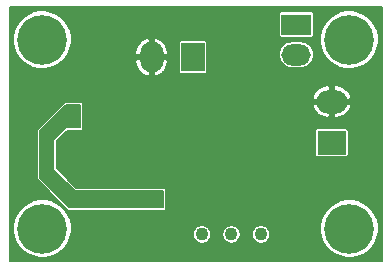
<source format=gbl>
%TF.FileFunction,Copper,L2,Bot,Signal*%
%FSLAX46Y46*%
G04 Gerber Fmt 4.6, Leading zero omitted, Abs format (unit mm)*
G04 Created by KiCad (PCBNEW (after 2015-jan-16 BZR unknown)-product) date Mon 27 Apr 2015 12:49:16 PM CEST*
%MOMM*%
G01*
G04 APERTURE LIST*
%ADD10C,0.100000*%
%ADD11R,2.400000X2.000000*%
%ADD12O,2.600000X2.000000*%
%ADD13R,2.000000X2.400000*%
%ADD14O,2.000000X2.600000*%
%ADD15C,1.100000*%
%ADD16R,2.500000X1.800000*%
%ADD17O,2.500000X1.800000*%
%ADD18C,4.200000*%
%ADD19C,2.500000*%
%ADD20C,0.600000*%
%ADD21C,0.150000*%
G04 APERTURE END LIST*
D10*
D11*
X145500000Y-98750000D03*
D12*
X145500000Y-95250000D03*
D13*
X133750000Y-91500000D03*
D14*
X130250000Y-91500000D03*
D15*
X134500000Y-106500000D03*
X137000000Y-106500000D03*
X139500000Y-106500000D03*
D16*
X142500000Y-88730000D03*
D17*
X142500000Y-91270000D03*
D18*
X121000000Y-90000000D03*
D19*
X121000000Y-90000000D03*
D18*
X147000000Y-106000000D03*
D19*
X147000000Y-106000000D03*
D18*
X147000000Y-90000000D03*
D19*
X147000000Y-90000000D03*
D18*
X121000000Y-106000000D03*
D19*
X121000000Y-106000000D03*
D20*
X123500000Y-97000000D03*
X123500000Y-96000000D03*
X130750000Y-103750000D03*
X129750000Y-103750000D03*
X128750000Y-103750000D03*
X123500000Y-98500000D03*
X123500000Y-99500000D03*
X123500000Y-100500000D03*
X129500000Y-98500000D03*
X129500000Y-99500000D03*
X129500000Y-100500000D03*
X124500000Y-98500000D03*
X124500000Y-99500000D03*
X124500000Y-100500000D03*
X128500000Y-98500000D03*
X128500000Y-99500000D03*
X128500000Y-100500000D03*
X138500000Y-99000000D03*
X137500000Y-99000000D03*
X136250000Y-95000000D03*
X135250000Y-95000000D03*
X134250000Y-95000000D03*
X138500000Y-100000000D03*
X137500000Y-100000000D03*
X133000000Y-96500000D03*
D21*
X130750000Y-103750000D02*
X129750000Y-103750000D01*
X123600000Y-97000000D02*
X123500000Y-97000000D01*
X123500000Y-98500000D02*
X123500000Y-99500000D01*
X129500000Y-98500000D02*
X129500000Y-99500000D01*
X124500000Y-100500000D02*
X128500000Y-100500000D01*
X124500000Y-99500000D02*
X124500000Y-100500000D01*
X123500000Y-98500000D02*
X124500000Y-98500000D01*
X128500000Y-99500000D02*
X128500000Y-98500000D01*
X137500000Y-99000000D02*
X138500000Y-99000000D01*
X134250000Y-95000000D02*
X135250000Y-95000000D01*
X137500000Y-99000000D02*
X137500000Y-100000000D01*
G36*
X149725000Y-108725000D02*
X149475106Y-108725000D01*
X149475106Y-105757314D01*
X149475106Y-89757314D01*
X149380830Y-89281185D01*
X149195869Y-88832436D01*
X148927268Y-88428159D01*
X148585258Y-88083753D01*
X148182866Y-87812336D01*
X147735419Y-87624247D01*
X147259960Y-87526649D01*
X146774599Y-87523260D01*
X146297824Y-87614210D01*
X145847794Y-87796034D01*
X145441652Y-88061806D01*
X145094867Y-88401403D01*
X144820647Y-88801891D01*
X144629439Y-89248014D01*
X144528524Y-89722780D01*
X144521747Y-90208105D01*
X144609366Y-90685503D01*
X144788044Y-91136791D01*
X145050974Y-91544779D01*
X145388142Y-91893927D01*
X145786705Y-92170935D01*
X146231482Y-92365254D01*
X146705532Y-92469480D01*
X147190798Y-92479645D01*
X147668797Y-92395361D01*
X148121321Y-92219839D01*
X148531135Y-91959763D01*
X148882628Y-91625041D01*
X149162412Y-91228421D01*
X149359831Y-90785011D01*
X149467364Y-90311701D01*
X149475106Y-89757314D01*
X149475106Y-105757314D01*
X149380830Y-105281185D01*
X149195869Y-104832436D01*
X148927268Y-104428159D01*
X148585258Y-104083753D01*
X148182866Y-103812336D01*
X147735419Y-103624247D01*
X147259960Y-103526649D01*
X147119651Y-103525669D01*
X147119651Y-95636194D01*
X147119651Y-94863806D01*
X147115536Y-94805615D01*
X147003563Y-94557505D01*
X146845338Y-94336008D01*
X146646941Y-94149635D01*
X146415997Y-94005548D01*
X146161380Y-93909285D01*
X145892876Y-93864545D01*
X145675000Y-93960823D01*
X145675000Y-95075000D01*
X147069243Y-95075000D01*
X147119651Y-94863806D01*
X147119651Y-95636194D01*
X147069243Y-95425000D01*
X145675000Y-95425000D01*
X145675000Y-96539177D01*
X145892876Y-96635455D01*
X146161380Y-96590715D01*
X146415997Y-96494452D01*
X146646941Y-96350365D01*
X146845338Y-96163992D01*
X147003563Y-95942495D01*
X147115536Y-95694385D01*
X147119651Y-95636194D01*
X147119651Y-103525669D01*
X146926089Y-103524317D01*
X146926089Y-99750000D01*
X146926089Y-97750000D01*
X146923121Y-97713489D01*
X146904175Y-97652899D01*
X146869131Y-97599964D01*
X146820753Y-97558859D01*
X146762854Y-97532824D01*
X146700000Y-97523911D01*
X145325000Y-97523911D01*
X145325000Y-96539177D01*
X145325000Y-95425000D01*
X145325000Y-95075000D01*
X145325000Y-93960823D01*
X145107124Y-93864545D01*
X144838620Y-93909285D01*
X144584003Y-94005548D01*
X144353059Y-94149635D01*
X144154662Y-94336008D01*
X143996437Y-94557505D01*
X143982110Y-94589250D01*
X143982110Y-91277854D01*
X143976089Y-91211696D01*
X143976089Y-89630000D01*
X143976089Y-87830000D01*
X143973121Y-87793489D01*
X143954175Y-87732899D01*
X143919131Y-87679964D01*
X143870753Y-87638859D01*
X143812854Y-87612824D01*
X143750000Y-87603911D01*
X141250000Y-87603911D01*
X141213489Y-87606879D01*
X141152899Y-87625825D01*
X141099964Y-87660869D01*
X141058859Y-87709247D01*
X141032824Y-87767146D01*
X141023911Y-87830000D01*
X141023911Y-89630000D01*
X141026879Y-89666511D01*
X141045825Y-89727101D01*
X141080869Y-89780036D01*
X141129247Y-89821141D01*
X141187146Y-89847176D01*
X141250000Y-89856089D01*
X143750000Y-89856089D01*
X143786511Y-89853121D01*
X143847101Y-89834175D01*
X143900036Y-89799131D01*
X143941141Y-89750753D01*
X143967176Y-89692854D01*
X143976089Y-89630000D01*
X143976089Y-91211696D01*
X143962210Y-91059196D01*
X143900219Y-90848568D01*
X143798497Y-90653991D01*
X143660919Y-90482879D01*
X143492725Y-90341747D01*
X143300322Y-90235973D01*
X143091038Y-90169584D01*
X142872844Y-90145110D01*
X142857137Y-90145000D01*
X142142863Y-90145000D01*
X141924349Y-90166425D01*
X141714159Y-90229886D01*
X141520298Y-90332964D01*
X141350150Y-90471733D01*
X141210196Y-90640908D01*
X141105767Y-90834045D01*
X141040841Y-91043787D01*
X141017890Y-91262146D01*
X141037790Y-91480804D01*
X141099781Y-91691432D01*
X141201503Y-91886009D01*
X141339081Y-92057121D01*
X141507275Y-92198253D01*
X141699678Y-92304027D01*
X141908962Y-92370416D01*
X142127156Y-92394890D01*
X142142863Y-92395000D01*
X142857137Y-92395000D01*
X143075651Y-92373575D01*
X143285841Y-92310114D01*
X143479702Y-92207036D01*
X143649850Y-92068267D01*
X143789804Y-91899092D01*
X143894233Y-91705955D01*
X143959159Y-91496213D01*
X143982110Y-91277854D01*
X143982110Y-94589250D01*
X143884464Y-94805615D01*
X143880349Y-94863806D01*
X143930757Y-95075000D01*
X145325000Y-95075000D01*
X145325000Y-95425000D01*
X143930757Y-95425000D01*
X143880349Y-95636194D01*
X143884464Y-95694385D01*
X143996437Y-95942495D01*
X144154662Y-96163992D01*
X144353059Y-96350365D01*
X144584003Y-96494452D01*
X144838620Y-96590715D01*
X145107124Y-96635455D01*
X145325000Y-96539177D01*
X145325000Y-97523911D01*
X144300000Y-97523911D01*
X144263489Y-97526879D01*
X144202899Y-97545825D01*
X144149964Y-97580869D01*
X144108859Y-97629247D01*
X144082824Y-97687146D01*
X144073911Y-97750000D01*
X144073911Y-99750000D01*
X144076879Y-99786511D01*
X144095825Y-99847101D01*
X144130869Y-99900036D01*
X144179247Y-99941141D01*
X144237146Y-99967176D01*
X144300000Y-99976089D01*
X146700000Y-99976089D01*
X146736511Y-99973121D01*
X146797101Y-99954175D01*
X146850036Y-99919131D01*
X146891141Y-99870753D01*
X146917176Y-99812854D01*
X146926089Y-99750000D01*
X146926089Y-103524317D01*
X146774599Y-103523260D01*
X146297824Y-103614210D01*
X145847794Y-103796034D01*
X145441652Y-104061806D01*
X145094867Y-104401403D01*
X144820647Y-104801891D01*
X144629439Y-105248014D01*
X144528524Y-105722780D01*
X144521747Y-106208105D01*
X144609366Y-106685503D01*
X144788044Y-107136791D01*
X145050974Y-107544779D01*
X145388142Y-107893927D01*
X145786705Y-108170935D01*
X146231482Y-108365254D01*
X146705532Y-108469480D01*
X147190798Y-108479645D01*
X147668797Y-108395361D01*
X148121321Y-108219839D01*
X148531135Y-107959763D01*
X148882628Y-107625041D01*
X149162412Y-107228421D01*
X149359831Y-106785011D01*
X149467364Y-106311701D01*
X149475106Y-105757314D01*
X149475106Y-108725000D01*
X140275033Y-108725000D01*
X140275033Y-106424007D01*
X140245513Y-106274916D01*
X140187595Y-106134399D01*
X140103488Y-106007807D01*
X139996394Y-105899963D01*
X139870392Y-105814974D01*
X139730283Y-105756077D01*
X139581402Y-105725516D01*
X139429420Y-105724455D01*
X139280127Y-105752934D01*
X139139208Y-105809869D01*
X139012032Y-105893091D01*
X138903443Y-105999429D01*
X138817576Y-106124834D01*
X138757703Y-106264529D01*
X138726103Y-106413194D01*
X138723981Y-106565164D01*
X138751417Y-106714653D01*
X138807367Y-106855965D01*
X138889699Y-106983719D01*
X138995277Y-107093048D01*
X139120079Y-107179788D01*
X139259353Y-107240635D01*
X139407793Y-107273272D01*
X139559745Y-107276455D01*
X139709421Y-107250063D01*
X139851121Y-107195101D01*
X139979446Y-107113663D01*
X140089510Y-107008851D01*
X140177119Y-106884657D01*
X140238937Y-106745812D01*
X140272609Y-106597603D01*
X140275033Y-106424007D01*
X140275033Y-108725000D01*
X137775033Y-108725000D01*
X137775033Y-106424007D01*
X137745513Y-106274916D01*
X137687595Y-106134399D01*
X137603488Y-106007807D01*
X137496394Y-105899963D01*
X137370392Y-105814974D01*
X137230283Y-105756077D01*
X137081402Y-105725516D01*
X136929420Y-105724455D01*
X136780127Y-105752934D01*
X136639208Y-105809869D01*
X136512032Y-105893091D01*
X136403443Y-105999429D01*
X136317576Y-106124834D01*
X136257703Y-106264529D01*
X136226103Y-106413194D01*
X136223981Y-106565164D01*
X136251417Y-106714653D01*
X136307367Y-106855965D01*
X136389699Y-106983719D01*
X136495277Y-107093048D01*
X136620079Y-107179788D01*
X136759353Y-107240635D01*
X136907793Y-107273272D01*
X137059745Y-107276455D01*
X137209421Y-107250063D01*
X137351121Y-107195101D01*
X137479446Y-107113663D01*
X137589510Y-107008851D01*
X137677119Y-106884657D01*
X137738937Y-106745812D01*
X137772609Y-106597603D01*
X137775033Y-106424007D01*
X137775033Y-108725000D01*
X135275033Y-108725000D01*
X135275033Y-106424007D01*
X135245513Y-106274916D01*
X135187595Y-106134399D01*
X135103488Y-106007807D01*
X134996394Y-105899963D01*
X134976089Y-105886267D01*
X134976089Y-92700000D01*
X134976089Y-90300000D01*
X134973121Y-90263489D01*
X134954175Y-90202899D01*
X134919131Y-90149964D01*
X134870753Y-90108859D01*
X134812854Y-90082824D01*
X134750000Y-90073911D01*
X132750000Y-90073911D01*
X132713489Y-90076879D01*
X132652899Y-90095825D01*
X132599964Y-90130869D01*
X132558859Y-90179247D01*
X132532824Y-90237146D01*
X132523911Y-90300000D01*
X132523911Y-92700000D01*
X132526879Y-92736511D01*
X132545825Y-92797101D01*
X132580869Y-92850036D01*
X132629247Y-92891141D01*
X132687146Y-92917176D01*
X132750000Y-92926089D01*
X134750000Y-92926089D01*
X134786511Y-92923121D01*
X134847101Y-92904175D01*
X134900036Y-92869131D01*
X134941141Y-92820753D01*
X134967176Y-92762854D01*
X134976089Y-92700000D01*
X134976089Y-105886267D01*
X134870392Y-105814974D01*
X134730283Y-105756077D01*
X134581402Y-105725516D01*
X134429420Y-105724455D01*
X134280127Y-105752934D01*
X134139208Y-105809869D01*
X134012032Y-105893091D01*
X133903443Y-105999429D01*
X133817576Y-106124834D01*
X133757703Y-106264529D01*
X133726103Y-106413194D01*
X133723981Y-106565164D01*
X133751417Y-106714653D01*
X133807367Y-106855965D01*
X133889699Y-106983719D01*
X133995277Y-107093048D01*
X134120079Y-107179788D01*
X134259353Y-107240635D01*
X134407793Y-107273272D01*
X134559745Y-107276455D01*
X134709421Y-107250063D01*
X134851121Y-107195101D01*
X134979446Y-107113663D01*
X135089510Y-107008851D01*
X135177119Y-106884657D01*
X135238937Y-106745812D01*
X135272609Y-106597603D01*
X135275033Y-106424007D01*
X135275033Y-108725000D01*
X131635455Y-108725000D01*
X131635455Y-91892876D01*
X131635455Y-91107124D01*
X131590715Y-90838620D01*
X131494452Y-90584003D01*
X131350365Y-90353059D01*
X131163992Y-90154662D01*
X130942495Y-89996437D01*
X130694385Y-89884464D01*
X130636194Y-89880349D01*
X130425000Y-89930757D01*
X130425000Y-91325000D01*
X131539177Y-91325000D01*
X131635455Y-91107124D01*
X131635455Y-91892876D01*
X131539177Y-91675000D01*
X130425000Y-91675000D01*
X130425000Y-93069243D01*
X130636194Y-93119651D01*
X130694385Y-93115536D01*
X130942495Y-93003563D01*
X131163992Y-92845338D01*
X131350365Y-92646941D01*
X131494452Y-92415997D01*
X131590715Y-92161380D01*
X131635455Y-91892876D01*
X131635455Y-108725000D01*
X131475000Y-108725000D01*
X131475000Y-104475000D01*
X131475000Y-102525000D01*
X130075000Y-102525000D01*
X130075000Y-93069243D01*
X130075000Y-91675000D01*
X130075000Y-91325000D01*
X130075000Y-89930757D01*
X129863806Y-89880349D01*
X129805615Y-89884464D01*
X129557505Y-89996437D01*
X129336008Y-90154662D01*
X129149635Y-90353059D01*
X129005548Y-90584003D01*
X128909285Y-90838620D01*
X128864545Y-91107124D01*
X128960823Y-91325000D01*
X130075000Y-91325000D01*
X130075000Y-91675000D01*
X128960823Y-91675000D01*
X128864545Y-91892876D01*
X128909285Y-92161380D01*
X129005548Y-92415997D01*
X129149635Y-92646941D01*
X129336008Y-92845338D01*
X129557505Y-93003563D01*
X129805615Y-93115536D01*
X129863806Y-93119651D01*
X130075000Y-93069243D01*
X130075000Y-102525000D01*
X123843198Y-102525000D01*
X122225000Y-100906802D01*
X122225000Y-98593198D01*
X123093198Y-97725000D01*
X124475000Y-97725000D01*
X124475000Y-95275000D01*
X123475106Y-95275000D01*
X123475106Y-89757314D01*
X123380830Y-89281185D01*
X123195869Y-88832436D01*
X122927268Y-88428159D01*
X122585258Y-88083753D01*
X122182866Y-87812336D01*
X121735419Y-87624247D01*
X121259960Y-87526649D01*
X120774599Y-87523260D01*
X120297824Y-87614210D01*
X119847794Y-87796034D01*
X119441652Y-88061806D01*
X119094867Y-88401403D01*
X118820647Y-88801891D01*
X118629439Y-89248014D01*
X118528524Y-89722780D01*
X118521747Y-90208105D01*
X118609366Y-90685503D01*
X118788044Y-91136791D01*
X119050974Y-91544779D01*
X119388142Y-91893927D01*
X119786705Y-92170935D01*
X120231482Y-92365254D01*
X120705532Y-92469480D01*
X121190798Y-92479645D01*
X121668797Y-92395361D01*
X122121321Y-92219839D01*
X122531135Y-91959763D01*
X122882628Y-91625041D01*
X123162412Y-91228421D01*
X123359831Y-90785011D01*
X123467364Y-90311701D01*
X123475106Y-89757314D01*
X123475106Y-95275000D01*
X122906802Y-95275000D01*
X120525000Y-97656802D01*
X120525000Y-101843198D01*
X123156802Y-104475000D01*
X131475000Y-104475000D01*
X131475000Y-108725000D01*
X123475106Y-108725000D01*
X123475106Y-105757314D01*
X123380830Y-105281185D01*
X123195869Y-104832436D01*
X122927268Y-104428159D01*
X122585258Y-104083753D01*
X122182866Y-103812336D01*
X121735419Y-103624247D01*
X121259960Y-103526649D01*
X120774599Y-103523260D01*
X120297824Y-103614210D01*
X119847794Y-103796034D01*
X119441652Y-104061806D01*
X119094867Y-104401403D01*
X118820647Y-104801891D01*
X118629439Y-105248014D01*
X118528524Y-105722780D01*
X118521747Y-106208105D01*
X118609366Y-106685503D01*
X118788044Y-107136791D01*
X119050974Y-107544779D01*
X119388142Y-107893927D01*
X119786705Y-108170935D01*
X120231482Y-108365254D01*
X120705532Y-108469480D01*
X121190798Y-108479645D01*
X121668797Y-108395361D01*
X122121321Y-108219839D01*
X122531135Y-107959763D01*
X122882628Y-107625041D01*
X123162412Y-107228421D01*
X123359831Y-106785011D01*
X123467364Y-106311701D01*
X123475106Y-105757314D01*
X123475106Y-108725000D01*
X118275000Y-108725000D01*
X118275000Y-87275000D01*
X149725000Y-87275000D01*
X149725000Y-108725000D01*
X149725000Y-108725000D01*
G37*
X149725000Y-108725000D02*
X149475106Y-108725000D01*
X149475106Y-105757314D01*
X149475106Y-89757314D01*
X149380830Y-89281185D01*
X149195869Y-88832436D01*
X148927268Y-88428159D01*
X148585258Y-88083753D01*
X148182866Y-87812336D01*
X147735419Y-87624247D01*
X147259960Y-87526649D01*
X146774599Y-87523260D01*
X146297824Y-87614210D01*
X145847794Y-87796034D01*
X145441652Y-88061806D01*
X145094867Y-88401403D01*
X144820647Y-88801891D01*
X144629439Y-89248014D01*
X144528524Y-89722780D01*
X144521747Y-90208105D01*
X144609366Y-90685503D01*
X144788044Y-91136791D01*
X145050974Y-91544779D01*
X145388142Y-91893927D01*
X145786705Y-92170935D01*
X146231482Y-92365254D01*
X146705532Y-92469480D01*
X147190798Y-92479645D01*
X147668797Y-92395361D01*
X148121321Y-92219839D01*
X148531135Y-91959763D01*
X148882628Y-91625041D01*
X149162412Y-91228421D01*
X149359831Y-90785011D01*
X149467364Y-90311701D01*
X149475106Y-89757314D01*
X149475106Y-105757314D01*
X149380830Y-105281185D01*
X149195869Y-104832436D01*
X148927268Y-104428159D01*
X148585258Y-104083753D01*
X148182866Y-103812336D01*
X147735419Y-103624247D01*
X147259960Y-103526649D01*
X147119651Y-103525669D01*
X147119651Y-95636194D01*
X147119651Y-94863806D01*
X147115536Y-94805615D01*
X147003563Y-94557505D01*
X146845338Y-94336008D01*
X146646941Y-94149635D01*
X146415997Y-94005548D01*
X146161380Y-93909285D01*
X145892876Y-93864545D01*
X145675000Y-93960823D01*
X145675000Y-95075000D01*
X147069243Y-95075000D01*
X147119651Y-94863806D01*
X147119651Y-95636194D01*
X147069243Y-95425000D01*
X145675000Y-95425000D01*
X145675000Y-96539177D01*
X145892876Y-96635455D01*
X146161380Y-96590715D01*
X146415997Y-96494452D01*
X146646941Y-96350365D01*
X146845338Y-96163992D01*
X147003563Y-95942495D01*
X147115536Y-95694385D01*
X147119651Y-95636194D01*
X147119651Y-103525669D01*
X146926089Y-103524317D01*
X146926089Y-99750000D01*
X146926089Y-97750000D01*
X146923121Y-97713489D01*
X146904175Y-97652899D01*
X146869131Y-97599964D01*
X146820753Y-97558859D01*
X146762854Y-97532824D01*
X146700000Y-97523911D01*
X145325000Y-97523911D01*
X145325000Y-96539177D01*
X145325000Y-95425000D01*
X145325000Y-95075000D01*
X145325000Y-93960823D01*
X145107124Y-93864545D01*
X144838620Y-93909285D01*
X144584003Y-94005548D01*
X144353059Y-94149635D01*
X144154662Y-94336008D01*
X143996437Y-94557505D01*
X143982110Y-94589250D01*
X143982110Y-91277854D01*
X143976089Y-91211696D01*
X143976089Y-89630000D01*
X143976089Y-87830000D01*
X143973121Y-87793489D01*
X143954175Y-87732899D01*
X143919131Y-87679964D01*
X143870753Y-87638859D01*
X143812854Y-87612824D01*
X143750000Y-87603911D01*
X141250000Y-87603911D01*
X141213489Y-87606879D01*
X141152899Y-87625825D01*
X141099964Y-87660869D01*
X141058859Y-87709247D01*
X141032824Y-87767146D01*
X141023911Y-87830000D01*
X141023911Y-89630000D01*
X141026879Y-89666511D01*
X141045825Y-89727101D01*
X141080869Y-89780036D01*
X141129247Y-89821141D01*
X141187146Y-89847176D01*
X141250000Y-89856089D01*
X143750000Y-89856089D01*
X143786511Y-89853121D01*
X143847101Y-89834175D01*
X143900036Y-89799131D01*
X143941141Y-89750753D01*
X143967176Y-89692854D01*
X143976089Y-89630000D01*
X143976089Y-91211696D01*
X143962210Y-91059196D01*
X143900219Y-90848568D01*
X143798497Y-90653991D01*
X143660919Y-90482879D01*
X143492725Y-90341747D01*
X143300322Y-90235973D01*
X143091038Y-90169584D01*
X142872844Y-90145110D01*
X142857137Y-90145000D01*
X142142863Y-90145000D01*
X141924349Y-90166425D01*
X141714159Y-90229886D01*
X141520298Y-90332964D01*
X141350150Y-90471733D01*
X141210196Y-90640908D01*
X141105767Y-90834045D01*
X141040841Y-91043787D01*
X141017890Y-91262146D01*
X141037790Y-91480804D01*
X141099781Y-91691432D01*
X141201503Y-91886009D01*
X141339081Y-92057121D01*
X141507275Y-92198253D01*
X141699678Y-92304027D01*
X141908962Y-92370416D01*
X142127156Y-92394890D01*
X142142863Y-92395000D01*
X142857137Y-92395000D01*
X143075651Y-92373575D01*
X143285841Y-92310114D01*
X143479702Y-92207036D01*
X143649850Y-92068267D01*
X143789804Y-91899092D01*
X143894233Y-91705955D01*
X143959159Y-91496213D01*
X143982110Y-91277854D01*
X143982110Y-94589250D01*
X143884464Y-94805615D01*
X143880349Y-94863806D01*
X143930757Y-95075000D01*
X145325000Y-95075000D01*
X145325000Y-95425000D01*
X143930757Y-95425000D01*
X143880349Y-95636194D01*
X143884464Y-95694385D01*
X143996437Y-95942495D01*
X144154662Y-96163992D01*
X144353059Y-96350365D01*
X144584003Y-96494452D01*
X144838620Y-96590715D01*
X145107124Y-96635455D01*
X145325000Y-96539177D01*
X145325000Y-97523911D01*
X144300000Y-97523911D01*
X144263489Y-97526879D01*
X144202899Y-97545825D01*
X144149964Y-97580869D01*
X144108859Y-97629247D01*
X144082824Y-97687146D01*
X144073911Y-97750000D01*
X144073911Y-99750000D01*
X144076879Y-99786511D01*
X144095825Y-99847101D01*
X144130869Y-99900036D01*
X144179247Y-99941141D01*
X144237146Y-99967176D01*
X144300000Y-99976089D01*
X146700000Y-99976089D01*
X146736511Y-99973121D01*
X146797101Y-99954175D01*
X146850036Y-99919131D01*
X146891141Y-99870753D01*
X146917176Y-99812854D01*
X146926089Y-99750000D01*
X146926089Y-103524317D01*
X146774599Y-103523260D01*
X146297824Y-103614210D01*
X145847794Y-103796034D01*
X145441652Y-104061806D01*
X145094867Y-104401403D01*
X144820647Y-104801891D01*
X144629439Y-105248014D01*
X144528524Y-105722780D01*
X144521747Y-106208105D01*
X144609366Y-106685503D01*
X144788044Y-107136791D01*
X145050974Y-107544779D01*
X145388142Y-107893927D01*
X145786705Y-108170935D01*
X146231482Y-108365254D01*
X146705532Y-108469480D01*
X147190798Y-108479645D01*
X147668797Y-108395361D01*
X148121321Y-108219839D01*
X148531135Y-107959763D01*
X148882628Y-107625041D01*
X149162412Y-107228421D01*
X149359831Y-106785011D01*
X149467364Y-106311701D01*
X149475106Y-105757314D01*
X149475106Y-108725000D01*
X140275033Y-108725000D01*
X140275033Y-106424007D01*
X140245513Y-106274916D01*
X140187595Y-106134399D01*
X140103488Y-106007807D01*
X139996394Y-105899963D01*
X139870392Y-105814974D01*
X139730283Y-105756077D01*
X139581402Y-105725516D01*
X139429420Y-105724455D01*
X139280127Y-105752934D01*
X139139208Y-105809869D01*
X139012032Y-105893091D01*
X138903443Y-105999429D01*
X138817576Y-106124834D01*
X138757703Y-106264529D01*
X138726103Y-106413194D01*
X138723981Y-106565164D01*
X138751417Y-106714653D01*
X138807367Y-106855965D01*
X138889699Y-106983719D01*
X138995277Y-107093048D01*
X139120079Y-107179788D01*
X139259353Y-107240635D01*
X139407793Y-107273272D01*
X139559745Y-107276455D01*
X139709421Y-107250063D01*
X139851121Y-107195101D01*
X139979446Y-107113663D01*
X140089510Y-107008851D01*
X140177119Y-106884657D01*
X140238937Y-106745812D01*
X140272609Y-106597603D01*
X140275033Y-106424007D01*
X140275033Y-108725000D01*
X137775033Y-108725000D01*
X137775033Y-106424007D01*
X137745513Y-106274916D01*
X137687595Y-106134399D01*
X137603488Y-106007807D01*
X137496394Y-105899963D01*
X137370392Y-105814974D01*
X137230283Y-105756077D01*
X137081402Y-105725516D01*
X136929420Y-105724455D01*
X136780127Y-105752934D01*
X136639208Y-105809869D01*
X136512032Y-105893091D01*
X136403443Y-105999429D01*
X136317576Y-106124834D01*
X136257703Y-106264529D01*
X136226103Y-106413194D01*
X136223981Y-106565164D01*
X136251417Y-106714653D01*
X136307367Y-106855965D01*
X136389699Y-106983719D01*
X136495277Y-107093048D01*
X136620079Y-107179788D01*
X136759353Y-107240635D01*
X136907793Y-107273272D01*
X137059745Y-107276455D01*
X137209421Y-107250063D01*
X137351121Y-107195101D01*
X137479446Y-107113663D01*
X137589510Y-107008851D01*
X137677119Y-106884657D01*
X137738937Y-106745812D01*
X137772609Y-106597603D01*
X137775033Y-106424007D01*
X137775033Y-108725000D01*
X135275033Y-108725000D01*
X135275033Y-106424007D01*
X135245513Y-106274916D01*
X135187595Y-106134399D01*
X135103488Y-106007807D01*
X134996394Y-105899963D01*
X134976089Y-105886267D01*
X134976089Y-92700000D01*
X134976089Y-90300000D01*
X134973121Y-90263489D01*
X134954175Y-90202899D01*
X134919131Y-90149964D01*
X134870753Y-90108859D01*
X134812854Y-90082824D01*
X134750000Y-90073911D01*
X132750000Y-90073911D01*
X132713489Y-90076879D01*
X132652899Y-90095825D01*
X132599964Y-90130869D01*
X132558859Y-90179247D01*
X132532824Y-90237146D01*
X132523911Y-90300000D01*
X132523911Y-92700000D01*
X132526879Y-92736511D01*
X132545825Y-92797101D01*
X132580869Y-92850036D01*
X132629247Y-92891141D01*
X132687146Y-92917176D01*
X132750000Y-92926089D01*
X134750000Y-92926089D01*
X134786511Y-92923121D01*
X134847101Y-92904175D01*
X134900036Y-92869131D01*
X134941141Y-92820753D01*
X134967176Y-92762854D01*
X134976089Y-92700000D01*
X134976089Y-105886267D01*
X134870392Y-105814974D01*
X134730283Y-105756077D01*
X134581402Y-105725516D01*
X134429420Y-105724455D01*
X134280127Y-105752934D01*
X134139208Y-105809869D01*
X134012032Y-105893091D01*
X133903443Y-105999429D01*
X133817576Y-106124834D01*
X133757703Y-106264529D01*
X133726103Y-106413194D01*
X133723981Y-106565164D01*
X133751417Y-106714653D01*
X133807367Y-106855965D01*
X133889699Y-106983719D01*
X133995277Y-107093048D01*
X134120079Y-107179788D01*
X134259353Y-107240635D01*
X134407793Y-107273272D01*
X134559745Y-107276455D01*
X134709421Y-107250063D01*
X134851121Y-107195101D01*
X134979446Y-107113663D01*
X135089510Y-107008851D01*
X135177119Y-106884657D01*
X135238937Y-106745812D01*
X135272609Y-106597603D01*
X135275033Y-106424007D01*
X135275033Y-108725000D01*
X131635455Y-108725000D01*
X131635455Y-91892876D01*
X131635455Y-91107124D01*
X131590715Y-90838620D01*
X131494452Y-90584003D01*
X131350365Y-90353059D01*
X131163992Y-90154662D01*
X130942495Y-89996437D01*
X130694385Y-89884464D01*
X130636194Y-89880349D01*
X130425000Y-89930757D01*
X130425000Y-91325000D01*
X131539177Y-91325000D01*
X131635455Y-91107124D01*
X131635455Y-91892876D01*
X131539177Y-91675000D01*
X130425000Y-91675000D01*
X130425000Y-93069243D01*
X130636194Y-93119651D01*
X130694385Y-93115536D01*
X130942495Y-93003563D01*
X131163992Y-92845338D01*
X131350365Y-92646941D01*
X131494452Y-92415997D01*
X131590715Y-92161380D01*
X131635455Y-91892876D01*
X131635455Y-108725000D01*
X131475000Y-108725000D01*
X131475000Y-104475000D01*
X131475000Y-102525000D01*
X130075000Y-102525000D01*
X130075000Y-93069243D01*
X130075000Y-91675000D01*
X130075000Y-91325000D01*
X130075000Y-89930757D01*
X129863806Y-89880349D01*
X129805615Y-89884464D01*
X129557505Y-89996437D01*
X129336008Y-90154662D01*
X129149635Y-90353059D01*
X129005548Y-90584003D01*
X128909285Y-90838620D01*
X128864545Y-91107124D01*
X128960823Y-91325000D01*
X130075000Y-91325000D01*
X130075000Y-91675000D01*
X128960823Y-91675000D01*
X128864545Y-91892876D01*
X128909285Y-92161380D01*
X129005548Y-92415997D01*
X129149635Y-92646941D01*
X129336008Y-92845338D01*
X129557505Y-93003563D01*
X129805615Y-93115536D01*
X129863806Y-93119651D01*
X130075000Y-93069243D01*
X130075000Y-102525000D01*
X123843198Y-102525000D01*
X122225000Y-100906802D01*
X122225000Y-98593198D01*
X123093198Y-97725000D01*
X124475000Y-97725000D01*
X124475000Y-95275000D01*
X123475106Y-95275000D01*
X123475106Y-89757314D01*
X123380830Y-89281185D01*
X123195869Y-88832436D01*
X122927268Y-88428159D01*
X122585258Y-88083753D01*
X122182866Y-87812336D01*
X121735419Y-87624247D01*
X121259960Y-87526649D01*
X120774599Y-87523260D01*
X120297824Y-87614210D01*
X119847794Y-87796034D01*
X119441652Y-88061806D01*
X119094867Y-88401403D01*
X118820647Y-88801891D01*
X118629439Y-89248014D01*
X118528524Y-89722780D01*
X118521747Y-90208105D01*
X118609366Y-90685503D01*
X118788044Y-91136791D01*
X119050974Y-91544779D01*
X119388142Y-91893927D01*
X119786705Y-92170935D01*
X120231482Y-92365254D01*
X120705532Y-92469480D01*
X121190798Y-92479645D01*
X121668797Y-92395361D01*
X122121321Y-92219839D01*
X122531135Y-91959763D01*
X122882628Y-91625041D01*
X123162412Y-91228421D01*
X123359831Y-90785011D01*
X123467364Y-90311701D01*
X123475106Y-89757314D01*
X123475106Y-95275000D01*
X122906802Y-95275000D01*
X120525000Y-97656802D01*
X120525000Y-101843198D01*
X123156802Y-104475000D01*
X131475000Y-104475000D01*
X131475000Y-108725000D01*
X123475106Y-108725000D01*
X123475106Y-105757314D01*
X123380830Y-105281185D01*
X123195869Y-104832436D01*
X122927268Y-104428159D01*
X122585258Y-104083753D01*
X122182866Y-103812336D01*
X121735419Y-103624247D01*
X121259960Y-103526649D01*
X120774599Y-103523260D01*
X120297824Y-103614210D01*
X119847794Y-103796034D01*
X119441652Y-104061806D01*
X119094867Y-104401403D01*
X118820647Y-104801891D01*
X118629439Y-105248014D01*
X118528524Y-105722780D01*
X118521747Y-106208105D01*
X118609366Y-106685503D01*
X118788044Y-107136791D01*
X119050974Y-107544779D01*
X119388142Y-107893927D01*
X119786705Y-108170935D01*
X120231482Y-108365254D01*
X120705532Y-108469480D01*
X121190798Y-108479645D01*
X121668797Y-108395361D01*
X122121321Y-108219839D01*
X122531135Y-107959763D01*
X122882628Y-107625041D01*
X123162412Y-107228421D01*
X123359831Y-106785011D01*
X123467364Y-106311701D01*
X123475106Y-105757314D01*
X123475106Y-108725000D01*
X118275000Y-108725000D01*
X118275000Y-87275000D01*
X149725000Y-87275000D01*
X149725000Y-108725000D01*
G36*
X131175000Y-104175000D02*
X123281066Y-104175000D01*
X120825000Y-101718934D01*
X120825000Y-97781066D01*
X123031066Y-95575000D01*
X124175000Y-95575000D01*
X124175000Y-97425000D01*
X122968934Y-97425000D01*
X121925000Y-98468934D01*
X121925000Y-101031066D01*
X123718934Y-102825000D01*
X131175000Y-102825000D01*
X131175000Y-104175000D01*
X131175000Y-104175000D01*
G37*
X131175000Y-104175000D02*
X123281066Y-104175000D01*
X120825000Y-101718934D01*
X120825000Y-97781066D01*
X123031066Y-95575000D01*
X124175000Y-95575000D01*
X124175000Y-97425000D01*
X122968934Y-97425000D01*
X121925000Y-98468934D01*
X121925000Y-101031066D01*
X123718934Y-102825000D01*
X131175000Y-102825000D01*
X131175000Y-104175000D01*
M02*

</source>
